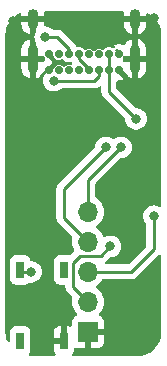
<source format=gbr>
%TF.GenerationSoftware,KiCad,Pcbnew,(6.0.1-0)*%
%TF.CreationDate,2022-02-08T22:41:06+01:00*%
%TF.ProjectId,muVox_programmer,6d75566f-785f-4707-926f-6772616d6d65,rev?*%
%TF.SameCoordinates,Original*%
%TF.FileFunction,Copper,L2,Bot*%
%TF.FilePolarity,Positive*%
%FSLAX46Y46*%
G04 Gerber Fmt 4.6, Leading zero omitted, Abs format (unit mm)*
G04 Created by KiCad (PCBNEW (6.0.1-0)) date 2022-02-08 22:41:06*
%MOMM*%
%LPD*%
G01*
G04 APERTURE LIST*
%TA.AperFunction,ComponentPad*%
%ADD10C,0.700000*%
%TD*%
%TA.AperFunction,ComponentPad*%
%ADD11O,0.900000X2.400000*%
%TD*%
%TA.AperFunction,ComponentPad*%
%ADD12O,0.900000X1.700000*%
%TD*%
%TA.AperFunction,ComponentPad*%
%ADD13R,1.700000X1.700000*%
%TD*%
%TA.AperFunction,ComponentPad*%
%ADD14O,1.700000X1.700000*%
%TD*%
%TA.AperFunction,SMDPad,CuDef*%
%ADD15R,0.700000X1.450000*%
%TD*%
%TA.AperFunction,ViaPad*%
%ADD16C,0.800000*%
%TD*%
%TA.AperFunction,Conductor*%
%ADD17C,0.250000*%
%TD*%
G04 APERTURE END LIST*
D10*
%TO.P,J1,A1,GND*%
%TO.N,GND*%
X140677000Y-56603000D03*
%TO.P,J1,A4,VBUS*%
%TO.N,USB_VBUS*%
X139827000Y-56603000D03*
%TO.P,J1,A5,CC1*%
%TO.N,Net-(J1-PadA5)*%
X138977000Y-56603000D03*
%TO.P,J1,A6,D+*%
%TO.N,USB_D+*%
X138127000Y-56603000D03*
%TO.P,J1,A7,D-*%
%TO.N,USB_D-*%
X137277000Y-56603000D03*
%TO.P,J1,A8,SBU1*%
%TO.N,unconnected-(J1-PadA8)*%
X136427000Y-56603000D03*
%TO.P,J1,A9,VBUS*%
%TO.N,USB_VBUS*%
X135577000Y-56603000D03*
%TO.P,J1,A12,GND*%
%TO.N,GND*%
X134727000Y-56603000D03*
%TO.P,J1,B1,GND*%
X134727000Y-55253000D03*
%TO.P,J1,B4,VBUS*%
%TO.N,USB_VBUS*%
X135577000Y-55253000D03*
%TO.P,J1,B5,CC2*%
%TO.N,Net-(J1-PadA5)*%
X136427000Y-55253000D03*
%TO.P,J1,B6,D+*%
%TO.N,USB_D+*%
X137277000Y-55253000D03*
%TO.P,J1,B7,D-*%
%TO.N,USB_D-*%
X138127000Y-55253000D03*
%TO.P,J1,B8,SBU2*%
%TO.N,unconnected-(J1-PadB8)*%
X138977000Y-55253000D03*
%TO.P,J1,B9,VBUS*%
%TO.N,USB_VBUS*%
X139827000Y-55253000D03*
%TO.P,J1,B12,GND*%
%TO.N,GND*%
X140677000Y-55253000D03*
D11*
%TO.P,J1,S1,SHIELD*%
X142027000Y-55623000D03*
D12*
X142027000Y-52243000D03*
X133377000Y-52243000D03*
D11*
X133377000Y-55623000D03*
%TD*%
D13*
%TO.P,J2,1,Pin_1*%
%TO.N,GND*%
X138049000Y-78740000D03*
D14*
%TO.P,J2,2,Pin_2*%
%TO.N,CHIP_PU*%
X138049000Y-76200000D03*
%TO.P,J2,3,Pin_3*%
%TO.N,GPIO0*%
X138049000Y-73660000D03*
%TO.P,J2,4,Pin_4*%
%TO.N,RXD*%
X138049000Y-71120000D03*
%TO.P,J2,5,Pin_5*%
%TO.N,TXD*%
X138049000Y-68580000D03*
%TD*%
D15*
%TO.P,BOOT,1,1*%
%TO.N,unconnected-(BOOT0-Pad1)*%
X132317000Y-79502000D03*
%TO.P,BOOT,2,2*%
%TO.N,GND*%
X136017000Y-79502000D03*
%TO.P,BOOT,3,3*%
%TO.N,GPIO0*%
X132317000Y-73502000D03*
%TO.P,BOOT,4,4*%
%TO.N,unconnected-(BOOT0-Pad4)*%
X136017000Y-73502000D03*
%TD*%
D16*
%TO.N,GND*%
X142113000Y-58039000D03*
X142875000Y-62103000D03*
X133096000Y-62103000D03*
X136017000Y-62103000D03*
X137414000Y-62103000D03*
X143637000Y-52197000D03*
X131699000Y-52451000D03*
X134493000Y-62103000D03*
%TO.N,USB_VBUS*%
X142113000Y-60706000D03*
%TO.N,Net-(J1-PadA5)*%
X134416800Y-53797200D03*
X135159029Y-57479627D03*
%TO.N,TXD*%
X140843000Y-63119000D03*
%TO.N,RXD*%
X139573000Y-63119000D03*
%TO.N,GPIO0*%
X133223000Y-73660000D03*
X143624800Y-68935600D03*
%TO.N,CHIP_PU*%
X139948011Y-71501000D03*
%TD*%
D17*
%TO.N,USB_VBUS*%
X139827000Y-58420000D02*
X142113000Y-60706000D01*
X139827000Y-55253000D02*
X139827000Y-58132000D01*
X139827000Y-56603000D02*
X139827000Y-58420000D01*
%TO.N,Net-(J1-PadA5)*%
X138595347Y-57479627D02*
X135159029Y-57479627D01*
X138977000Y-56603000D02*
X138977000Y-57097974D01*
X136427000Y-54758026D02*
X136427000Y-55253000D01*
X134416800Y-53797200D02*
X135466174Y-53797200D01*
X138977000Y-57097974D02*
X138595347Y-57479627D01*
X135466174Y-53797200D02*
X136427000Y-54758026D01*
%TO.N,USB_D+*%
X137277000Y-55649096D02*
X138127000Y-56499096D01*
X138127000Y-56499096D02*
X138127000Y-56603000D01*
X137277000Y-55253000D02*
X137277000Y-55649096D01*
%TO.N,TXD*%
X138049000Y-65913000D02*
X140843000Y-63119000D01*
X138049000Y-68580000D02*
X138049000Y-65913000D01*
%TO.N,RXD*%
X136017000Y-66675000D02*
X136017000Y-69088000D01*
X139573000Y-63119000D02*
X136017000Y-66675000D01*
X136017000Y-69088000D02*
X138049000Y-71120000D01*
%TO.N,GPIO0*%
X141732000Y-73660000D02*
X138049000Y-73660000D01*
X143624800Y-68935600D02*
X143624800Y-71767200D01*
X143624800Y-71767200D02*
X141732000Y-73660000D01*
X132475000Y-73660000D02*
X132317000Y-73502000D01*
X133223000Y-73660000D02*
X132475000Y-73660000D01*
%TO.N,CHIP_PU*%
X139154500Y-72294511D02*
X137382489Y-72294511D01*
X136779000Y-74930000D02*
X138049000Y-76200000D01*
X139948011Y-71501000D02*
X139154500Y-72294511D01*
X137382489Y-72294511D02*
X136779000Y-72898000D01*
X136779000Y-72898000D02*
X136779000Y-74930000D01*
%TD*%
%TA.AperFunction,Conductor*%
%TO.N,GND*%
G36*
X141020088Y-51582002D02*
G01*
X141066581Y-51635658D01*
X141076685Y-51705932D01*
X141075305Y-51713765D01*
X141070324Y-51737607D01*
X141069085Y-51747152D01*
X141069000Y-51750384D01*
X141069000Y-51970885D01*
X141073475Y-51986124D01*
X141074865Y-51987329D01*
X141082548Y-51989000D01*
X142966885Y-51989000D01*
X142982124Y-51984525D01*
X142983329Y-51983135D01*
X142985000Y-51975452D01*
X142985000Y-51903219D01*
X143005002Y-51835098D01*
X143058658Y-51788605D01*
X143128932Y-51778501D01*
X143166727Y-51790212D01*
X143248596Y-51830586D01*
X143262865Y-51838825D01*
X143470133Y-51977316D01*
X143483206Y-51987346D01*
X143575071Y-52067909D01*
X143670632Y-52151714D01*
X143682286Y-52163368D01*
X143846651Y-52350790D01*
X143856684Y-52363867D01*
X143995175Y-52571135D01*
X144003416Y-52585408D01*
X144113671Y-52808983D01*
X144119978Y-52824210D01*
X144200105Y-53060257D01*
X144204371Y-53076176D01*
X144253005Y-53320673D01*
X144255156Y-53337014D01*
X144269264Y-53552268D01*
X144268239Y-53575304D01*
X144268196Y-53578854D01*
X144266814Y-53587730D01*
X144269614Y-53609142D01*
X144270936Y-53619251D01*
X144272000Y-53635589D01*
X144272000Y-68036996D01*
X144251998Y-68105117D01*
X144198342Y-68151610D01*
X144128068Y-68161714D01*
X144084525Y-68146642D01*
X144081552Y-68144482D01*
X144075522Y-68141797D01*
X143913119Y-68069491D01*
X143913118Y-68069491D01*
X143907088Y-68066806D01*
X143813687Y-68046953D01*
X143726744Y-68028472D01*
X143726739Y-68028472D01*
X143720287Y-68027100D01*
X143529313Y-68027100D01*
X143522861Y-68028472D01*
X143522856Y-68028472D01*
X143435913Y-68046953D01*
X143342512Y-68066806D01*
X143336482Y-68069491D01*
X143336481Y-68069491D01*
X143174078Y-68141797D01*
X143174076Y-68141798D01*
X143168048Y-68144482D01*
X143013547Y-68256734D01*
X142885760Y-68398656D01*
X142790273Y-68564044D01*
X142731258Y-68745672D01*
X142711296Y-68935600D01*
X142711986Y-68942165D01*
X142726143Y-69076857D01*
X142731258Y-69125528D01*
X142790273Y-69307156D01*
X142793576Y-69312878D01*
X142793577Y-69312879D01*
X142810155Y-69341593D01*
X142885760Y-69472544D01*
X142958937Y-69553815D01*
X142989653Y-69617821D01*
X142991300Y-69638124D01*
X142991300Y-71452605D01*
X142971298Y-71520726D01*
X142954395Y-71541700D01*
X141506500Y-72989595D01*
X141444188Y-73023621D01*
X141417405Y-73026500D01*
X139619034Y-73026500D01*
X139550913Y-73006498D01*
X139504420Y-72952842D01*
X139494316Y-72882568D01*
X139523810Y-72817988D01*
X139540371Y-72802300D01*
X139545862Y-72799053D01*
X139560183Y-72784732D01*
X139575217Y-72771891D01*
X139585194Y-72764642D01*
X139591607Y-72759983D01*
X139596658Y-72753878D01*
X139596663Y-72753873D01*
X139619794Y-72725913D01*
X139627781Y-72717135D01*
X139898510Y-72446405D01*
X139960823Y-72412380D01*
X139987606Y-72409500D01*
X140043498Y-72409500D01*
X140049950Y-72408128D01*
X140049955Y-72408128D01*
X140136899Y-72389647D01*
X140230299Y-72369794D01*
X140236330Y-72367109D01*
X140398733Y-72294803D01*
X140398735Y-72294802D01*
X140404763Y-72292118D01*
X140417268Y-72283033D01*
X140482802Y-72235419D01*
X140559264Y-72179866D01*
X140687051Y-72037944D01*
X140782538Y-71872556D01*
X140841553Y-71690928D01*
X140861515Y-71501000D01*
X140841553Y-71311072D01*
X140782538Y-71129444D01*
X140687051Y-70964056D01*
X140559264Y-70822134D01*
X140419910Y-70720887D01*
X140410105Y-70713763D01*
X140410104Y-70713762D01*
X140404763Y-70709882D01*
X140398735Y-70707198D01*
X140398733Y-70707197D01*
X140236330Y-70634891D01*
X140236329Y-70634891D01*
X140230299Y-70632206D01*
X140136899Y-70612353D01*
X140049955Y-70593872D01*
X140049950Y-70593872D01*
X140043498Y-70592500D01*
X139852524Y-70592500D01*
X139846072Y-70593872D01*
X139846067Y-70593872D01*
X139759123Y-70612353D01*
X139665723Y-70632206D01*
X139659693Y-70634891D01*
X139659692Y-70634891D01*
X139590534Y-70665682D01*
X139491259Y-70709882D01*
X139490053Y-70707173D01*
X139433638Y-70720887D01*
X139366535Y-70697698D01*
X139324025Y-70645270D01*
X139252419Y-70480590D01*
X139250354Y-70475840D01*
X139129014Y-70288277D01*
X138978670Y-70123051D01*
X138974619Y-70119852D01*
X138974615Y-70119848D01*
X138807414Y-69987800D01*
X138807410Y-69987798D01*
X138803359Y-69984598D01*
X138762053Y-69961796D01*
X138712084Y-69911364D01*
X138697312Y-69841921D01*
X138722428Y-69775516D01*
X138749780Y-69748909D01*
X138905095Y-69638124D01*
X138928860Y-69621173D01*
X139087096Y-69463489D01*
X139110164Y-69431387D01*
X139214435Y-69286277D01*
X139217453Y-69282077D01*
X139231246Y-69254170D01*
X139314136Y-69086453D01*
X139314137Y-69086451D01*
X139316430Y-69081811D01*
X139358858Y-68942165D01*
X139379865Y-68873023D01*
X139379865Y-68873021D01*
X139381370Y-68868069D01*
X139410529Y-68646590D01*
X139412156Y-68580000D01*
X139393852Y-68357361D01*
X139339431Y-68140702D01*
X139250354Y-67935840D01*
X139210906Y-67874862D01*
X139131822Y-67752617D01*
X139131820Y-67752614D01*
X139129014Y-67748277D01*
X138978670Y-67583051D01*
X138974619Y-67579852D01*
X138974615Y-67579848D01*
X138807414Y-67447800D01*
X138807410Y-67447798D01*
X138803359Y-67444598D01*
X138798835Y-67442101D01*
X138798831Y-67442098D01*
X138747608Y-67413822D01*
X138697636Y-67363390D01*
X138682500Y-67303513D01*
X138682500Y-66227594D01*
X138702502Y-66159473D01*
X138719405Y-66138499D01*
X140793499Y-64064405D01*
X140855811Y-64030379D01*
X140882594Y-64027500D01*
X140938487Y-64027500D01*
X140944939Y-64026128D01*
X140944944Y-64026128D01*
X141031887Y-64007647D01*
X141125288Y-63987794D01*
X141131319Y-63985109D01*
X141293722Y-63912803D01*
X141293724Y-63912802D01*
X141299752Y-63910118D01*
X141454253Y-63797866D01*
X141582040Y-63655944D01*
X141677527Y-63490556D01*
X141736542Y-63308928D01*
X141756504Y-63119000D01*
X141736542Y-62929072D01*
X141677527Y-62747444D01*
X141582040Y-62582056D01*
X141454253Y-62440134D01*
X141299752Y-62327882D01*
X141293724Y-62325198D01*
X141293722Y-62325197D01*
X141131319Y-62252891D01*
X141131318Y-62252891D01*
X141125288Y-62250206D01*
X141031887Y-62230353D01*
X140944944Y-62211872D01*
X140944939Y-62211872D01*
X140938487Y-62210500D01*
X140747513Y-62210500D01*
X140741061Y-62211872D01*
X140741056Y-62211872D01*
X140654113Y-62230353D01*
X140560712Y-62250206D01*
X140554682Y-62252891D01*
X140554681Y-62252891D01*
X140392278Y-62325197D01*
X140392276Y-62325198D01*
X140386248Y-62327882D01*
X140282060Y-62403579D01*
X140215194Y-62427437D01*
X140146042Y-62411357D01*
X140133944Y-62403582D01*
X140029752Y-62327882D01*
X140023724Y-62325198D01*
X140023722Y-62325197D01*
X139861319Y-62252891D01*
X139861318Y-62252891D01*
X139855288Y-62250206D01*
X139761887Y-62230353D01*
X139674944Y-62211872D01*
X139674939Y-62211872D01*
X139668487Y-62210500D01*
X139477513Y-62210500D01*
X139471061Y-62211872D01*
X139471056Y-62211872D01*
X139384113Y-62230353D01*
X139290712Y-62250206D01*
X139284682Y-62252891D01*
X139284681Y-62252891D01*
X139122278Y-62325197D01*
X139122276Y-62325198D01*
X139116248Y-62327882D01*
X138961747Y-62440134D01*
X138833960Y-62582056D01*
X138738473Y-62747444D01*
X138679458Y-62929072D01*
X138678768Y-62935633D01*
X138678768Y-62935635D01*
X138662093Y-63094292D01*
X138635080Y-63159949D01*
X138625878Y-63170217D01*
X135624747Y-66171348D01*
X135616461Y-66178888D01*
X135609982Y-66183000D01*
X135604557Y-66188777D01*
X135563357Y-66232651D01*
X135560602Y-66235493D01*
X135540865Y-66255230D01*
X135538385Y-66258427D01*
X135530682Y-66267447D01*
X135500414Y-66299679D01*
X135496595Y-66306625D01*
X135496593Y-66306628D01*
X135490652Y-66317434D01*
X135479801Y-66333953D01*
X135467386Y-66349959D01*
X135464241Y-66357228D01*
X135464238Y-66357232D01*
X135449826Y-66390537D01*
X135444609Y-66401187D01*
X135423305Y-66439940D01*
X135421334Y-66447615D01*
X135421334Y-66447616D01*
X135418267Y-66459562D01*
X135411863Y-66478266D01*
X135403819Y-66496855D01*
X135402580Y-66504678D01*
X135402577Y-66504688D01*
X135396901Y-66540524D01*
X135394495Y-66552144D01*
X135383500Y-66594970D01*
X135383500Y-66615224D01*
X135381949Y-66634934D01*
X135378780Y-66654943D01*
X135379526Y-66662835D01*
X135382941Y-66698961D01*
X135383500Y-66710819D01*
X135383500Y-69009233D01*
X135382973Y-69020416D01*
X135381298Y-69027909D01*
X135381547Y-69035835D01*
X135381547Y-69035836D01*
X135383438Y-69095986D01*
X135383500Y-69099945D01*
X135383500Y-69127856D01*
X135383997Y-69131790D01*
X135383997Y-69131791D01*
X135384005Y-69131856D01*
X135384938Y-69143693D01*
X135386327Y-69187889D01*
X135391978Y-69207339D01*
X135395987Y-69226700D01*
X135398526Y-69246797D01*
X135401445Y-69254168D01*
X135401445Y-69254170D01*
X135414804Y-69287912D01*
X135418649Y-69299142D01*
X135430982Y-69341593D01*
X135435015Y-69348412D01*
X135435017Y-69348417D01*
X135441293Y-69359028D01*
X135449988Y-69376776D01*
X135457448Y-69395617D01*
X135462110Y-69402033D01*
X135462110Y-69402034D01*
X135483436Y-69431387D01*
X135489952Y-69441307D01*
X135503071Y-69463489D01*
X135512458Y-69479362D01*
X135526779Y-69493683D01*
X135539619Y-69508716D01*
X135551528Y-69525107D01*
X135557634Y-69530158D01*
X135585605Y-69553298D01*
X135594384Y-69561288D01*
X136698777Y-70665682D01*
X136732803Y-70727994D01*
X136731100Y-70788446D01*
X136709989Y-70864570D01*
X136686251Y-71086695D01*
X136699110Y-71309715D01*
X136700247Y-71314761D01*
X136700248Y-71314767D01*
X136724304Y-71421508D01*
X136748222Y-71527639D01*
X136832266Y-71734616D01*
X136834965Y-71739020D01*
X136861759Y-71782744D01*
X136880297Y-71851277D01*
X136858841Y-71918954D01*
X136843421Y-71937674D01*
X136545733Y-72235362D01*
X136483421Y-72269388D01*
X136443032Y-72271530D01*
X136418536Y-72268869D01*
X136418526Y-72268868D01*
X136415134Y-72268500D01*
X135618866Y-72268500D01*
X135556684Y-72275255D01*
X135420295Y-72326385D01*
X135303739Y-72413739D01*
X135216385Y-72530295D01*
X135165255Y-72666684D01*
X135158500Y-72728866D01*
X135158500Y-74275134D01*
X135165255Y-74337316D01*
X135216385Y-74473705D01*
X135303739Y-74590261D01*
X135420295Y-74677615D01*
X135556684Y-74728745D01*
X135618866Y-74735500D01*
X136018529Y-74735500D01*
X136086650Y-74755502D01*
X136133143Y-74809158D01*
X136143350Y-74869678D01*
X136143298Y-74869909D01*
X136143547Y-74877831D01*
X136145438Y-74937986D01*
X136145500Y-74941945D01*
X136145500Y-74969856D01*
X136145997Y-74973790D01*
X136145997Y-74973791D01*
X136146005Y-74973856D01*
X136146938Y-74985693D01*
X136148327Y-75029889D01*
X136151787Y-75041797D01*
X136153978Y-75049339D01*
X136157987Y-75068700D01*
X136160526Y-75088797D01*
X136163445Y-75096168D01*
X136163445Y-75096170D01*
X136176804Y-75129912D01*
X136180649Y-75141142D01*
X136192982Y-75183593D01*
X136197015Y-75190412D01*
X136197017Y-75190417D01*
X136203293Y-75201028D01*
X136211988Y-75218776D01*
X136219448Y-75237617D01*
X136224110Y-75244033D01*
X136224110Y-75244034D01*
X136245436Y-75273387D01*
X136251952Y-75283307D01*
X136274458Y-75321362D01*
X136288779Y-75335683D01*
X136301619Y-75350716D01*
X136313528Y-75367107D01*
X136347605Y-75395298D01*
X136356384Y-75403288D01*
X136698778Y-75745682D01*
X136732804Y-75807994D01*
X136731100Y-75868448D01*
X136709989Y-75944570D01*
X136709441Y-75949700D01*
X136709440Y-75949704D01*
X136705933Y-75982522D01*
X136686251Y-76166695D01*
X136686548Y-76171848D01*
X136686548Y-76171851D01*
X136692011Y-76266590D01*
X136699110Y-76389715D01*
X136700247Y-76394761D01*
X136700248Y-76394767D01*
X136720119Y-76482939D01*
X136748222Y-76607639D01*
X136832266Y-76814616D01*
X136948987Y-77005088D01*
X137095250Y-77173938D01*
X137099225Y-77177238D01*
X137099231Y-77177244D01*
X137104425Y-77181556D01*
X137144059Y-77240460D01*
X137145555Y-77311441D01*
X137108439Y-77371962D01*
X137068168Y-77396480D01*
X136960946Y-77436676D01*
X136945351Y-77445214D01*
X136843276Y-77521715D01*
X136830715Y-77534276D01*
X136754214Y-77636351D01*
X136745676Y-77651946D01*
X136700522Y-77772394D01*
X136696895Y-77787649D01*
X136691369Y-77838514D01*
X136691000Y-77845328D01*
X136691000Y-78174097D01*
X136670998Y-78242218D01*
X136617342Y-78288711D01*
X136547068Y-78298815D01*
X136520771Y-78292079D01*
X136484609Y-78278522D01*
X136469351Y-78274895D01*
X136418486Y-78269369D01*
X136411672Y-78269000D01*
X136289115Y-78269000D01*
X136273876Y-78273475D01*
X136272671Y-78274865D01*
X136271000Y-78282548D01*
X136271000Y-79630000D01*
X136250998Y-79698121D01*
X136197342Y-79744614D01*
X136145000Y-79756000D01*
X135177116Y-79756000D01*
X135161877Y-79760475D01*
X135160672Y-79761865D01*
X135159001Y-79769548D01*
X135159001Y-80271669D01*
X135159371Y-80278490D01*
X135164895Y-80329352D01*
X135168521Y-80344604D01*
X135213676Y-80465054D01*
X135222214Y-80480649D01*
X135289505Y-80570435D01*
X135314353Y-80636942D01*
X135299300Y-80706324D01*
X135249126Y-80756554D01*
X135188679Y-80772000D01*
X133145946Y-80772000D01*
X133077825Y-80751998D01*
X133031332Y-80698342D01*
X133021228Y-80628068D01*
X133045120Y-80570435D01*
X133095348Y-80503416D01*
X133117615Y-80473705D01*
X133168745Y-80337316D01*
X133175500Y-80275134D01*
X133175500Y-79229885D01*
X135159000Y-79229885D01*
X135163475Y-79245124D01*
X135164865Y-79246329D01*
X135172548Y-79248000D01*
X135744885Y-79248000D01*
X135760124Y-79243525D01*
X135761329Y-79242135D01*
X135763000Y-79234452D01*
X135763000Y-78287116D01*
X135758525Y-78271877D01*
X135757135Y-78270672D01*
X135749452Y-78269001D01*
X135622331Y-78269001D01*
X135615510Y-78269371D01*
X135564648Y-78274895D01*
X135549396Y-78278521D01*
X135428946Y-78323676D01*
X135413351Y-78332214D01*
X135311276Y-78408715D01*
X135298715Y-78421276D01*
X135222214Y-78523351D01*
X135213676Y-78538946D01*
X135168522Y-78659394D01*
X135164895Y-78674649D01*
X135159369Y-78725514D01*
X135159000Y-78732328D01*
X135159000Y-79229885D01*
X133175500Y-79229885D01*
X133175500Y-78728866D01*
X133168745Y-78666684D01*
X133117615Y-78530295D01*
X133030261Y-78413739D01*
X132913705Y-78326385D01*
X132777316Y-78275255D01*
X132715134Y-78268500D01*
X131918866Y-78268500D01*
X131856684Y-78275255D01*
X131720295Y-78326385D01*
X131603739Y-78413739D01*
X131516385Y-78530295D01*
X131465255Y-78666684D01*
X131458500Y-78728866D01*
X131458500Y-79460938D01*
X131438498Y-79529059D01*
X131384842Y-79575552D01*
X131314568Y-79585656D01*
X131249988Y-79556162D01*
X131213187Y-79501439D01*
X131135895Y-79273743D01*
X131131629Y-79257824D01*
X131082995Y-79013327D01*
X131080844Y-78996986D01*
X131066736Y-78781732D01*
X131067761Y-78758696D01*
X131067804Y-78755146D01*
X131069186Y-78746270D01*
X131065064Y-78714748D01*
X131064000Y-78698411D01*
X131064000Y-74275134D01*
X131458500Y-74275134D01*
X131465255Y-74337316D01*
X131516385Y-74473705D01*
X131603739Y-74590261D01*
X131720295Y-74677615D01*
X131856684Y-74728745D01*
X131918866Y-74735500D01*
X132715134Y-74735500D01*
X132777316Y-74728745D01*
X132913705Y-74677615D01*
X133028934Y-74591255D01*
X133095441Y-74566407D01*
X133117672Y-74566771D01*
X133121049Y-74567126D01*
X133127513Y-74568500D01*
X133318487Y-74568500D01*
X133324939Y-74567128D01*
X133324944Y-74567128D01*
X133418991Y-74547137D01*
X133505288Y-74528794D01*
X133511319Y-74526109D01*
X133673722Y-74453803D01*
X133673724Y-74453802D01*
X133679752Y-74451118D01*
X133834253Y-74338866D01*
X133875548Y-74293003D01*
X133957621Y-74201852D01*
X133957622Y-74201851D01*
X133962040Y-74196944D01*
X134057527Y-74031556D01*
X134116542Y-73849928D01*
X134136504Y-73660000D01*
X134116542Y-73470072D01*
X134057527Y-73288444D01*
X133962040Y-73123056D01*
X133872509Y-73023621D01*
X133838675Y-72986045D01*
X133838674Y-72986044D01*
X133834253Y-72981134D01*
X133679752Y-72868882D01*
X133673724Y-72866198D01*
X133673722Y-72866197D01*
X133511319Y-72793891D01*
X133511318Y-72793891D01*
X133505288Y-72791206D01*
X133411887Y-72771353D01*
X133324944Y-72752872D01*
X133324939Y-72752872D01*
X133318487Y-72751500D01*
X133287451Y-72751500D01*
X133219330Y-72731498D01*
X133172837Y-72677842D01*
X133168975Y-72666598D01*
X133168745Y-72666684D01*
X133120767Y-72538703D01*
X133117615Y-72530295D01*
X133030261Y-72413739D01*
X132913705Y-72326385D01*
X132777316Y-72275255D01*
X132715134Y-72268500D01*
X131918866Y-72268500D01*
X131856684Y-72275255D01*
X131720295Y-72326385D01*
X131603739Y-72413739D01*
X131516385Y-72530295D01*
X131465255Y-72666684D01*
X131458500Y-72728866D01*
X131458500Y-74275134D01*
X131064000Y-74275134D01*
X131064000Y-56418447D01*
X132419000Y-56418447D01*
X132419323Y-56424822D01*
X132433082Y-56560277D01*
X132435636Y-56572717D01*
X132490016Y-56746244D01*
X132495025Y-56757932D01*
X132583187Y-56916979D01*
X132590438Y-56927412D01*
X132708785Y-57065491D01*
X132717976Y-57074244D01*
X132861680Y-57185711D01*
X132872440Y-57192435D01*
X133035625Y-57272732D01*
X133047519Y-57277155D01*
X133105470Y-57292251D01*
X133119564Y-57291817D01*
X133123000Y-57283636D01*
X133123000Y-55895115D01*
X133118525Y-55879876D01*
X133117135Y-55878671D01*
X133109452Y-55877000D01*
X132437115Y-55877000D01*
X132421876Y-55881475D01*
X132420671Y-55882865D01*
X132419000Y-55890548D01*
X132419000Y-56418447D01*
X131064000Y-56418447D01*
X131064000Y-55350885D01*
X132419000Y-55350885D01*
X132423475Y-55366124D01*
X132424865Y-55367329D01*
X132432548Y-55369000D01*
X133104885Y-55369000D01*
X133120124Y-55364525D01*
X133121329Y-55363135D01*
X133123000Y-55355452D01*
X133123000Y-53963771D01*
X133119027Y-53950240D01*
X133112925Y-53949363D01*
X132960864Y-54005310D01*
X132949451Y-54010877D01*
X132794892Y-54106708D01*
X132784826Y-54114460D01*
X132652697Y-54239408D01*
X132644395Y-54249026D01*
X132540092Y-54397987D01*
X132533892Y-54409081D01*
X132461668Y-54575980D01*
X132457829Y-54588083D01*
X132420325Y-54767600D01*
X132419085Y-54777152D01*
X132419000Y-54780378D01*
X132419000Y-55350885D01*
X131064000Y-55350885D01*
X131064000Y-53797200D01*
X133503296Y-53797200D01*
X133523258Y-53987128D01*
X133582273Y-54168756D01*
X133614120Y-54223916D01*
X133631000Y-54286914D01*
X133631000Y-55350885D01*
X133635475Y-55366124D01*
X133636865Y-55367329D01*
X133644548Y-55369000D01*
X134249000Y-55369000D01*
X134317121Y-55389002D01*
X134363614Y-55442658D01*
X134375000Y-55495000D01*
X134375000Y-55751000D01*
X134354998Y-55819121D01*
X134301342Y-55865614D01*
X134249000Y-55877000D01*
X133649115Y-55877000D01*
X133633876Y-55881475D01*
X133632671Y-55882865D01*
X133631000Y-55890548D01*
X133631000Y-57282229D01*
X133634973Y-57295760D01*
X133641075Y-57296637D01*
X133793136Y-57240690D01*
X133804549Y-57235123D01*
X133959109Y-57139292D01*
X133965319Y-57134509D01*
X133972440Y-57122292D01*
X133971816Y-57107947D01*
X133959065Y-57062172D01*
X133980014Y-56994336D01*
X133995958Y-56974832D01*
X135029978Y-55940812D01*
X135037592Y-55926868D01*
X135037461Y-55925035D01*
X135033210Y-55918420D01*
X134456885Y-55342095D01*
X134422859Y-55279783D01*
X134427924Y-55208968D01*
X134456885Y-55163905D01*
X134637905Y-54982885D01*
X134700217Y-54948859D01*
X134771032Y-54953924D01*
X134816095Y-54982885D01*
X135070475Y-55237265D01*
X135104501Y-55299577D01*
X135106114Y-55308693D01*
X135106060Y-55317511D01*
X135108527Y-55326143D01*
X135138957Y-55432615D01*
X135143095Y-55447095D01*
X135215012Y-55561076D01*
X135316029Y-55650291D01*
X135324152Y-55654105D01*
X135324154Y-55654106D01*
X135379407Y-55680047D01*
X135438025Y-55707568D01*
X135446890Y-55708948D01*
X135446892Y-55708949D01*
X135509954Y-55718768D01*
X135540346Y-55723500D01*
X135610782Y-55723500D01*
X135649743Y-55717920D01*
X135701526Y-55710505D01*
X135701529Y-55710504D01*
X135710412Y-55709232D01*
X135817740Y-55660433D01*
X135888029Y-55650446D01*
X135952561Y-55680047D01*
X135958074Y-55685353D01*
X135961528Y-55690107D01*
X136084856Y-55792133D01*
X136092023Y-55795506D01*
X136092027Y-55795508D01*
X136142208Y-55819121D01*
X136229682Y-55860283D01*
X136373303Y-55887680D01*
X136418773Y-55911012D01*
X136477888Y-55884845D01*
X136486445Y-55884013D01*
X136510297Y-55882512D01*
X136538739Y-55880723D01*
X136538741Y-55880723D01*
X136546650Y-55880225D01*
X136558616Y-55876337D01*
X136629582Y-55874308D01*
X136690381Y-55910968D01*
X136710239Y-55942658D01*
X136710713Y-55942397D01*
X136714527Y-55949335D01*
X136717448Y-55956713D01*
X136722110Y-55963130D01*
X136725928Y-55970075D01*
X136723770Y-55971262D01*
X136743526Y-56026644D01*
X136727441Y-56095795D01*
X136676524Y-56145272D01*
X136606940Y-56159366D01*
X136580892Y-56154323D01*
X136574099Y-56152246D01*
X136565975Y-56148432D01*
X136474977Y-56134263D01*
X136425889Y-56111149D01*
X136367556Y-56136175D01*
X136293588Y-56146768D01*
X136285420Y-56150482D01*
X136285419Y-56150482D01*
X136265880Y-56159366D01*
X136170902Y-56202550D01*
X136164099Y-56208412D01*
X136083843Y-56277565D01*
X136019180Y-56306879D01*
X135948935Y-56296580D01*
X135918188Y-56276553D01*
X135844703Y-56211654D01*
X135844701Y-56211653D01*
X135837971Y-56205709D01*
X135829848Y-56201895D01*
X135829846Y-56201894D01*
X135771413Y-56174460D01*
X135715975Y-56148432D01*
X135707110Y-56147052D01*
X135707108Y-56147051D01*
X135637256Y-56136175D01*
X135613654Y-56132500D01*
X135543218Y-56132500D01*
X135504257Y-56138080D01*
X135452474Y-56145495D01*
X135452471Y-56145496D01*
X135443588Y-56146768D01*
X135435420Y-56150482D01*
X135435419Y-56150482D01*
X135415880Y-56159366D01*
X135320902Y-56202550D01*
X135218803Y-56290525D01*
X135145499Y-56403618D01*
X135118981Y-56492289D01*
X135080300Y-56551822D01*
X135024461Y-56579434D01*
X134876741Y-56610833D01*
X134870711Y-56613518D01*
X134870710Y-56613518D01*
X134708307Y-56685824D01*
X134708305Y-56685825D01*
X134702277Y-56688509D01*
X134547776Y-56800761D01*
X134419989Y-56942683D01*
X134324502Y-57108071D01*
X134265487Y-57289699D01*
X134264797Y-57296260D01*
X134264797Y-57296262D01*
X134251706Y-57420816D01*
X134245525Y-57479627D01*
X134265487Y-57669555D01*
X134324502Y-57851183D01*
X134419989Y-58016571D01*
X134424407Y-58021478D01*
X134424408Y-58021479D01*
X134506481Y-58112630D01*
X134547776Y-58158493D01*
X134702277Y-58270745D01*
X134708305Y-58273429D01*
X134708307Y-58273430D01*
X134860596Y-58341233D01*
X134876741Y-58348421D01*
X134968081Y-58367836D01*
X135057085Y-58386755D01*
X135057090Y-58386755D01*
X135063542Y-58388127D01*
X135254516Y-58388127D01*
X135260968Y-58386755D01*
X135260973Y-58386755D01*
X135349977Y-58367836D01*
X135441317Y-58348421D01*
X135457462Y-58341233D01*
X135609751Y-58273430D01*
X135609753Y-58273429D01*
X135615781Y-58270745D01*
X135770282Y-58158493D01*
X135774697Y-58153590D01*
X135779609Y-58149167D01*
X135780734Y-58150416D01*
X135834043Y-58117576D01*
X135867229Y-58113127D01*
X138516580Y-58113127D01*
X138527763Y-58113654D01*
X138535256Y-58115329D01*
X138543182Y-58115080D01*
X138543183Y-58115080D01*
X138603333Y-58113189D01*
X138607292Y-58113127D01*
X138635203Y-58113127D01*
X138639138Y-58112630D01*
X138639203Y-58112622D01*
X138651040Y-58111689D01*
X138683298Y-58110675D01*
X138687317Y-58110549D01*
X138695236Y-58110300D01*
X138714690Y-58104648D01*
X138734047Y-58100640D01*
X138746277Y-58099095D01*
X138746278Y-58099095D01*
X138754144Y-58098101D01*
X138761515Y-58095182D01*
X138761517Y-58095182D01*
X138795259Y-58081823D01*
X138806489Y-58077978D01*
X138841330Y-58067856D01*
X138841331Y-58067856D01*
X138848940Y-58065645D01*
X138855759Y-58061612D01*
X138855764Y-58061610D01*
X138866375Y-58055334D01*
X138884123Y-58046639D01*
X138902964Y-58039179D01*
X138938734Y-58013191D01*
X138948654Y-58006675D01*
X138979888Y-57988203D01*
X138986709Y-57984169D01*
X138991028Y-57979850D01*
X139056363Y-57954200D01*
X139125985Y-57968103D01*
X139177039Y-58017439D01*
X139193500Y-58079707D01*
X139193500Y-58341233D01*
X139192973Y-58352416D01*
X139191298Y-58359909D01*
X139191547Y-58367835D01*
X139191547Y-58367836D01*
X139193438Y-58427986D01*
X139193500Y-58431945D01*
X139193500Y-58459856D01*
X139193997Y-58463790D01*
X139193997Y-58463791D01*
X139194005Y-58463856D01*
X139194938Y-58475693D01*
X139196327Y-58519889D01*
X139201978Y-58539339D01*
X139205987Y-58558700D01*
X139208526Y-58578797D01*
X139211445Y-58586168D01*
X139211445Y-58586170D01*
X139224804Y-58619912D01*
X139228649Y-58631142D01*
X139240982Y-58673593D01*
X139245015Y-58680412D01*
X139245017Y-58680417D01*
X139251293Y-58691028D01*
X139259988Y-58708776D01*
X139267448Y-58727617D01*
X139272110Y-58734033D01*
X139272110Y-58734034D01*
X139293436Y-58763387D01*
X139299952Y-58773307D01*
X139322458Y-58811362D01*
X139336779Y-58825683D01*
X139349619Y-58840716D01*
X139361528Y-58857107D01*
X139367634Y-58862158D01*
X139395605Y-58885298D01*
X139404384Y-58893288D01*
X141165878Y-60654782D01*
X141199904Y-60717094D01*
X141202092Y-60730703D01*
X141219458Y-60895928D01*
X141278473Y-61077556D01*
X141373960Y-61242944D01*
X141501747Y-61384866D01*
X141656248Y-61497118D01*
X141662276Y-61499802D01*
X141662278Y-61499803D01*
X141824681Y-61572109D01*
X141830712Y-61574794D01*
X141924113Y-61594647D01*
X142011056Y-61613128D01*
X142011061Y-61613128D01*
X142017513Y-61614500D01*
X142208487Y-61614500D01*
X142214939Y-61613128D01*
X142214944Y-61613128D01*
X142301887Y-61594647D01*
X142395288Y-61574794D01*
X142401319Y-61572109D01*
X142563722Y-61499803D01*
X142563724Y-61499802D01*
X142569752Y-61497118D01*
X142724253Y-61384866D01*
X142852040Y-61242944D01*
X142947527Y-61077556D01*
X143006542Y-60895928D01*
X143026504Y-60706000D01*
X143006542Y-60516072D01*
X142947527Y-60334444D01*
X142852040Y-60169056D01*
X142724253Y-60027134D01*
X142569752Y-59914882D01*
X142563724Y-59912198D01*
X142563722Y-59912197D01*
X142401319Y-59839891D01*
X142401318Y-59839891D01*
X142395288Y-59837206D01*
X142301887Y-59817353D01*
X142214944Y-59798872D01*
X142214939Y-59798872D01*
X142208487Y-59797500D01*
X142152595Y-59797500D01*
X142084474Y-59777498D01*
X142063500Y-59760595D01*
X140497405Y-58194500D01*
X140463379Y-58132188D01*
X140460500Y-58105405D01*
X140460500Y-57586966D01*
X140480502Y-57518845D01*
X140534158Y-57472352D01*
X140586821Y-57463776D01*
X140586821Y-57461000D01*
X140760576Y-57461000D01*
X140773636Y-57459628D01*
X140937140Y-57424873D01*
X140949628Y-57420816D01*
X141061763Y-57370890D01*
X141072507Y-57361758D01*
X141070910Y-57356120D01*
X140497405Y-56782615D01*
X140463379Y-56720303D01*
X140460500Y-56693520D01*
X140460500Y-56512480D01*
X140480502Y-56444359D01*
X140497405Y-56423385D01*
X140587905Y-56332885D01*
X140650217Y-56298859D01*
X140721032Y-56303924D01*
X140766095Y-56332885D01*
X141410173Y-56976963D01*
X141444199Y-57039275D01*
X141439134Y-57110090D01*
X141434243Y-57120800D01*
X141442535Y-57132077D01*
X141511680Y-57185711D01*
X141522440Y-57192435D01*
X141685625Y-57272732D01*
X141697519Y-57277155D01*
X141755470Y-57292251D01*
X141769564Y-57291817D01*
X141773000Y-57283636D01*
X141773000Y-57282229D01*
X142281000Y-57282229D01*
X142284973Y-57295760D01*
X142291075Y-57296637D01*
X142443136Y-57240690D01*
X142454549Y-57235123D01*
X142609108Y-57139292D01*
X142619174Y-57131540D01*
X142751303Y-57006592D01*
X142759605Y-56996974D01*
X142863908Y-56848013D01*
X142870108Y-56836919D01*
X142942332Y-56670020D01*
X142946171Y-56657917D01*
X142983675Y-56478400D01*
X142984915Y-56468848D01*
X142985000Y-56465616D01*
X142985000Y-55895115D01*
X142980525Y-55879876D01*
X142979135Y-55878671D01*
X142971452Y-55877000D01*
X142299115Y-55877000D01*
X142283876Y-55881475D01*
X142282671Y-55882865D01*
X142281000Y-55890548D01*
X142281000Y-57282229D01*
X141773000Y-57282229D01*
X141773000Y-55895115D01*
X141768525Y-55879876D01*
X141767135Y-55878671D01*
X141759452Y-55877000D01*
X141155000Y-55877000D01*
X141086879Y-55856998D01*
X141040386Y-55803342D01*
X141029000Y-55751000D01*
X141029000Y-55495000D01*
X141049002Y-55426879D01*
X141102658Y-55380386D01*
X141155000Y-55369000D01*
X141754885Y-55369000D01*
X141770124Y-55364525D01*
X141771329Y-55363135D01*
X141773000Y-55355452D01*
X141773000Y-55350885D01*
X142281000Y-55350885D01*
X142285475Y-55366124D01*
X142286865Y-55367329D01*
X142294548Y-55369000D01*
X142966885Y-55369000D01*
X142982124Y-55364525D01*
X142983329Y-55363135D01*
X142985000Y-55355452D01*
X142985000Y-54827553D01*
X142984677Y-54821178D01*
X142970918Y-54685723D01*
X142968364Y-54673283D01*
X142913984Y-54499756D01*
X142908975Y-54488068D01*
X142820813Y-54329021D01*
X142813562Y-54318588D01*
X142695213Y-54180507D01*
X142686024Y-54171756D01*
X142542320Y-54060289D01*
X142531560Y-54053565D01*
X142368375Y-53973268D01*
X142356481Y-53968845D01*
X142298530Y-53953749D01*
X142284436Y-53954183D01*
X142281000Y-53962364D01*
X142281000Y-55350885D01*
X141773000Y-55350885D01*
X141773000Y-53963771D01*
X141769027Y-53950240D01*
X141762925Y-53949363D01*
X141610864Y-54005310D01*
X141599451Y-54010877D01*
X141444892Y-54106708D01*
X141434826Y-54114460D01*
X141302697Y-54239408D01*
X141294395Y-54249026D01*
X141190087Y-54397994D01*
X141181659Y-54413073D01*
X141130964Y-54462777D01*
X141061444Y-54477182D01*
X141020426Y-54466705D01*
X140949633Y-54435186D01*
X140937137Y-54431126D01*
X140773636Y-54396372D01*
X140760576Y-54395000D01*
X140593424Y-54395000D01*
X140580364Y-54396372D01*
X140416860Y-54431127D01*
X140404372Y-54435184D01*
X140292237Y-54485110D01*
X140281493Y-54494242D01*
X140283358Y-54500825D01*
X140285074Y-54502976D01*
X140284171Y-54503697D01*
X140285555Y-54508581D01*
X140312079Y-54557155D01*
X140307014Y-54627970D01*
X140264467Y-54684806D01*
X140197947Y-54709617D01*
X140135310Y-54697946D01*
X140107386Y-54684806D01*
X140024318Y-54645717D01*
X139867094Y-54615725D01*
X139778600Y-54621292D01*
X139715262Y-54625277D01*
X139715260Y-54625277D01*
X139707350Y-54625775D01*
X139699814Y-54628224D01*
X139699812Y-54628224D01*
X139562667Y-54672785D01*
X139562664Y-54672786D01*
X139555125Y-54675236D01*
X139419982Y-54761000D01*
X139367288Y-54817114D01*
X139365175Y-54819364D01*
X139303963Y-54855329D01*
X139233023Y-54852492D01*
X139219777Y-54847166D01*
X139124101Y-54802247D01*
X139124100Y-54802247D01*
X139115975Y-54798432D01*
X139107110Y-54797052D01*
X139107108Y-54797051D01*
X139044046Y-54787232D01*
X139013654Y-54782500D01*
X138943218Y-54782500D01*
X138904257Y-54788080D01*
X138852474Y-54795495D01*
X138852471Y-54795496D01*
X138843588Y-54796768D01*
X138835422Y-54800481D01*
X138835419Y-54800482D01*
X138816236Y-54809204D01*
X138720902Y-54852550D01*
X138714099Y-54858412D01*
X138633843Y-54927565D01*
X138569180Y-54956879D01*
X138498935Y-54946580D01*
X138468188Y-54926553D01*
X138394703Y-54861654D01*
X138394701Y-54861653D01*
X138387971Y-54855709D01*
X138379848Y-54851895D01*
X138379846Y-54851894D01*
X138305766Y-54817114D01*
X138265975Y-54798432D01*
X138257110Y-54797052D01*
X138257108Y-54797051D01*
X138194046Y-54787232D01*
X138163654Y-54782500D01*
X138093218Y-54782500D01*
X138054257Y-54788080D01*
X138002474Y-54795495D01*
X138002471Y-54795496D01*
X137993588Y-54796768D01*
X137886260Y-54845567D01*
X137815971Y-54855554D01*
X137751439Y-54825953D01*
X137745926Y-54820647D01*
X137742472Y-54815893D01*
X137619144Y-54713867D01*
X137611977Y-54710494D01*
X137611973Y-54710492D01*
X137537049Y-54675236D01*
X137474318Y-54645717D01*
X137317094Y-54615725D01*
X137157350Y-54625775D01*
X137157240Y-54624026D01*
X137096229Y-54618079D01*
X137040508Y-54574083D01*
X137022291Y-54536350D01*
X137015230Y-54512045D01*
X137015229Y-54512042D01*
X137013018Y-54504433D01*
X137008984Y-54497611D01*
X137008981Y-54497605D01*
X137002706Y-54486994D01*
X136994010Y-54469244D01*
X136989472Y-54457782D01*
X136989469Y-54457777D01*
X136986552Y-54450409D01*
X136960573Y-54414651D01*
X136954057Y-54404733D01*
X136935575Y-54373483D01*
X136931542Y-54366663D01*
X136917218Y-54352339D01*
X136904376Y-54337304D01*
X136892472Y-54320919D01*
X136858406Y-54292737D01*
X136849627Y-54284748D01*
X135969826Y-53404947D01*
X135962286Y-53396661D01*
X135958174Y-53390182D01*
X135908522Y-53343556D01*
X135905681Y-53340802D01*
X135885944Y-53321065D01*
X135882747Y-53318585D01*
X135873725Y-53310880D01*
X135847274Y-53286041D01*
X135841495Y-53280614D01*
X135834549Y-53276795D01*
X135834546Y-53276793D01*
X135823740Y-53270852D01*
X135807221Y-53260001D01*
X135806757Y-53259641D01*
X135791215Y-53247586D01*
X135783946Y-53244441D01*
X135783942Y-53244438D01*
X135750637Y-53230026D01*
X135739987Y-53224809D01*
X135701234Y-53203505D01*
X135681611Y-53198467D01*
X135662908Y-53192063D01*
X135651594Y-53187167D01*
X135651593Y-53187167D01*
X135644319Y-53184019D01*
X135636496Y-53182780D01*
X135636486Y-53182777D01*
X135600650Y-53177101D01*
X135589030Y-53174695D01*
X135553885Y-53165672D01*
X135553884Y-53165672D01*
X135546204Y-53163700D01*
X135525950Y-53163700D01*
X135506239Y-53162149D01*
X135494060Y-53160220D01*
X135486231Y-53158980D01*
X135478339Y-53159726D01*
X135442213Y-53163141D01*
X135430355Y-53163700D01*
X135125000Y-53163700D01*
X135056879Y-53143698D01*
X135037653Y-53127357D01*
X135037380Y-53127660D01*
X135032468Y-53123237D01*
X135028053Y-53118334D01*
X134873552Y-53006082D01*
X134867524Y-53003398D01*
X134867522Y-53003397D01*
X134705119Y-52931091D01*
X134705118Y-52931091D01*
X134699088Y-52928406D01*
X134605688Y-52908553D01*
X134518744Y-52890072D01*
X134518739Y-52890072D01*
X134512287Y-52888700D01*
X134458876Y-52888700D01*
X134390755Y-52868698D01*
X134344262Y-52815042D01*
X134333925Y-52746473D01*
X134334915Y-52738848D01*
X134335000Y-52735616D01*
X134335000Y-52688447D01*
X141069000Y-52688447D01*
X141069323Y-52694822D01*
X141083082Y-52830277D01*
X141085636Y-52842717D01*
X141140016Y-53016244D01*
X141145025Y-53027932D01*
X141233187Y-53186979D01*
X141240438Y-53197412D01*
X141358785Y-53335491D01*
X141367976Y-53344244D01*
X141511680Y-53455711D01*
X141522440Y-53462435D01*
X141685625Y-53542732D01*
X141697519Y-53547155D01*
X141755470Y-53562251D01*
X141769564Y-53561817D01*
X141773000Y-53553636D01*
X141773000Y-53552229D01*
X142281000Y-53552229D01*
X142284973Y-53565760D01*
X142291075Y-53566637D01*
X142443136Y-53510690D01*
X142454549Y-53505123D01*
X142609108Y-53409292D01*
X142619174Y-53401540D01*
X142751303Y-53276592D01*
X142759605Y-53266974D01*
X142863908Y-53118013D01*
X142870108Y-53106919D01*
X142942332Y-52940020D01*
X142946171Y-52927917D01*
X142983675Y-52748400D01*
X142984915Y-52738848D01*
X142985000Y-52735616D01*
X142985000Y-52515115D01*
X142980525Y-52499876D01*
X142979135Y-52498671D01*
X142971452Y-52497000D01*
X142299115Y-52497000D01*
X142283876Y-52501475D01*
X142282671Y-52502865D01*
X142281000Y-52510548D01*
X142281000Y-53552229D01*
X141773000Y-53552229D01*
X141773000Y-52515115D01*
X141768525Y-52499876D01*
X141767135Y-52498671D01*
X141759452Y-52497000D01*
X141087115Y-52497000D01*
X141071876Y-52501475D01*
X141070671Y-52502865D01*
X141069000Y-52510548D01*
X141069000Y-52688447D01*
X134335000Y-52688447D01*
X134335000Y-52515115D01*
X134330525Y-52499876D01*
X134329135Y-52498671D01*
X134321452Y-52497000D01*
X133649115Y-52497000D01*
X133633876Y-52501475D01*
X133632671Y-52502865D01*
X133631000Y-52510548D01*
X133631000Y-53307486D01*
X133614120Y-53370484D01*
X133582273Y-53425644D01*
X133523258Y-53607272D01*
X133503296Y-53797200D01*
X131064000Y-53797200D01*
X131064000Y-53643328D01*
X131065500Y-53623943D01*
X131067805Y-53609142D01*
X131067805Y-53609139D01*
X131069186Y-53600270D01*
X131067059Y-53584001D01*
X131066266Y-53559433D01*
X131080844Y-53337015D01*
X131082995Y-53320674D01*
X131131629Y-53076176D01*
X131135895Y-53060257D01*
X131216022Y-52824210D01*
X131222329Y-52808983D01*
X131281771Y-52688447D01*
X132419000Y-52688447D01*
X132419323Y-52694822D01*
X132433082Y-52830277D01*
X132435636Y-52842717D01*
X132490016Y-53016244D01*
X132495025Y-53027932D01*
X132583187Y-53186979D01*
X132590438Y-53197412D01*
X132708785Y-53335491D01*
X132717976Y-53344244D01*
X132861680Y-53455711D01*
X132872440Y-53462435D01*
X133035625Y-53542732D01*
X133047519Y-53547155D01*
X133105470Y-53562251D01*
X133119564Y-53561817D01*
X133123000Y-53553636D01*
X133123000Y-52515115D01*
X133118525Y-52499876D01*
X133117135Y-52498671D01*
X133109452Y-52497000D01*
X132437115Y-52497000D01*
X132421876Y-52501475D01*
X132420671Y-52502865D01*
X132419000Y-52510548D01*
X132419000Y-52688447D01*
X131281771Y-52688447D01*
X131332584Y-52585408D01*
X131340825Y-52571135D01*
X131479316Y-52363867D01*
X131489349Y-52350790D01*
X131653714Y-52163368D01*
X131665368Y-52151714D01*
X131760929Y-52067909D01*
X131852794Y-51987346D01*
X131865867Y-51977316D01*
X132073135Y-51838825D01*
X132087404Y-51830586D01*
X132237273Y-51756679D01*
X132307214Y-51744489D01*
X132372643Y-51772048D01*
X132412787Y-51830606D01*
X132419000Y-51869685D01*
X132419000Y-51970885D01*
X132423475Y-51986124D01*
X132424865Y-51987329D01*
X132432548Y-51989000D01*
X134316885Y-51989000D01*
X134332124Y-51984525D01*
X134333329Y-51983135D01*
X134335000Y-51975452D01*
X134335000Y-51797553D01*
X134334677Y-51791178D01*
X134325490Y-51700733D01*
X134338506Y-51630940D01*
X134387188Y-51579263D01*
X134450845Y-51562000D01*
X140951967Y-51562000D01*
X141020088Y-51582002D01*
G37*
%TD.AperFunction*%
%TA.AperFunction,Conductor*%
G36*
X140592414Y-54809204D02*
G01*
X140947115Y-55163905D01*
X140981141Y-55226217D01*
X140976076Y-55297032D01*
X140947115Y-55342095D01*
X140766095Y-55523115D01*
X140703783Y-55557141D01*
X140632968Y-55552076D01*
X140587905Y-55523115D01*
X140497405Y-55432615D01*
X140463379Y-55370303D01*
X140460500Y-55343520D01*
X140460500Y-55213144D01*
X140445474Y-55094203D01*
X140386552Y-54945383D01*
X140389636Y-54944162D01*
X140377613Y-54889693D01*
X140402221Y-54823097D01*
X140458927Y-54780378D01*
X140529727Y-54775098D01*
X140592414Y-54809204D01*
G37*
%TD.AperFunction*%
%TA.AperFunction,Conductor*%
G36*
X144186303Y-72202292D02*
G01*
X144244447Y-72243032D01*
X144271335Y-72308740D01*
X144272000Y-72321672D01*
X144272000Y-78690672D01*
X144270500Y-78710056D01*
X144266814Y-78733730D01*
X144268941Y-78749999D01*
X144269734Y-78774567D01*
X144255156Y-78996985D01*
X144253005Y-79013326D01*
X144204371Y-79257824D01*
X144200105Y-79273743D01*
X144119978Y-79509790D01*
X144113671Y-79525017D01*
X144003416Y-79748592D01*
X143995175Y-79762865D01*
X143856684Y-79970133D01*
X143846654Y-79983206D01*
X143745983Y-80098000D01*
X143682286Y-80170632D01*
X143670632Y-80182286D01*
X143485418Y-80344715D01*
X143483210Y-80346651D01*
X143470133Y-80356684D01*
X143262865Y-80495175D01*
X143248592Y-80503416D01*
X143025017Y-80613671D01*
X143009790Y-80619978D01*
X142773743Y-80700105D01*
X142757824Y-80704371D01*
X142513327Y-80753005D01*
X142496986Y-80755156D01*
X142281732Y-80769264D01*
X142258696Y-80768239D01*
X142255146Y-80768196D01*
X142246270Y-80766814D01*
X142217762Y-80770542D01*
X142214749Y-80770936D01*
X142198411Y-80772000D01*
X136845321Y-80772000D01*
X136777200Y-80751998D01*
X136730707Y-80698342D01*
X136720603Y-80628068D01*
X136744495Y-80570435D01*
X136811786Y-80480649D01*
X136820324Y-80465054D01*
X136865478Y-80344606D01*
X136869105Y-80329351D01*
X136874631Y-80278486D01*
X136875000Y-80271672D01*
X136875000Y-80192903D01*
X136895002Y-80124782D01*
X136948658Y-80078289D01*
X137018932Y-80068185D01*
X137045229Y-80074921D01*
X137081391Y-80088478D01*
X137096649Y-80092105D01*
X137147514Y-80097631D01*
X137154328Y-80098000D01*
X137776885Y-80098000D01*
X137792124Y-80093525D01*
X137793329Y-80092135D01*
X137795000Y-80084452D01*
X137795000Y-80079884D01*
X138303000Y-80079884D01*
X138307475Y-80095123D01*
X138308865Y-80096328D01*
X138316548Y-80097999D01*
X138943669Y-80097999D01*
X138950490Y-80097629D01*
X139001352Y-80092105D01*
X139016604Y-80088479D01*
X139137054Y-80043324D01*
X139152649Y-80034786D01*
X139254724Y-79958285D01*
X139267285Y-79945724D01*
X139343786Y-79843649D01*
X139352324Y-79828054D01*
X139397478Y-79707606D01*
X139401105Y-79692351D01*
X139406631Y-79641486D01*
X139407000Y-79634672D01*
X139407000Y-79012115D01*
X139402525Y-78996876D01*
X139401135Y-78995671D01*
X139393452Y-78994000D01*
X138321115Y-78994000D01*
X138305876Y-78998475D01*
X138304671Y-78999865D01*
X138303000Y-79007548D01*
X138303000Y-80079884D01*
X137795000Y-80079884D01*
X137795000Y-78612000D01*
X137815002Y-78543879D01*
X137868658Y-78497386D01*
X137921000Y-78486000D01*
X139388884Y-78486000D01*
X139404123Y-78481525D01*
X139405328Y-78480135D01*
X139406999Y-78472452D01*
X139406999Y-77845331D01*
X139406629Y-77838510D01*
X139401105Y-77787648D01*
X139397479Y-77772396D01*
X139352324Y-77651946D01*
X139343786Y-77636351D01*
X139267285Y-77534276D01*
X139254724Y-77521715D01*
X139152649Y-77445214D01*
X139137054Y-77436676D01*
X139026813Y-77395348D01*
X138970049Y-77352706D01*
X138945349Y-77286145D01*
X138960557Y-77216796D01*
X138982104Y-77188115D01*
X139083430Y-77087144D01*
X139083440Y-77087132D01*
X139087096Y-77083489D01*
X139146594Y-77000689D01*
X139214435Y-76906277D01*
X139217453Y-76902077D01*
X139316430Y-76701811D01*
X139381370Y-76488069D01*
X139410529Y-76266590D01*
X139412156Y-76200000D01*
X139393852Y-75977361D01*
X139339431Y-75760702D01*
X139250354Y-75555840D01*
X139151664Y-75403288D01*
X139131822Y-75372617D01*
X139131820Y-75372614D01*
X139129014Y-75368277D01*
X138978670Y-75203051D01*
X138974619Y-75199852D01*
X138974615Y-75199848D01*
X138807414Y-75067800D01*
X138807410Y-75067798D01*
X138803359Y-75064598D01*
X138762053Y-75041796D01*
X138712084Y-74991364D01*
X138697312Y-74921921D01*
X138722428Y-74855516D01*
X138749780Y-74828909D01*
X138852693Y-74755502D01*
X138928860Y-74701173D01*
X138949338Y-74680767D01*
X139083435Y-74547137D01*
X139087096Y-74543489D01*
X139096670Y-74530166D01*
X139214435Y-74366277D01*
X139217453Y-74362077D01*
X139219746Y-74357437D01*
X139221446Y-74354608D01*
X139273674Y-74306518D01*
X139329451Y-74293500D01*
X141653233Y-74293500D01*
X141664416Y-74294027D01*
X141671909Y-74295702D01*
X141679835Y-74295453D01*
X141679836Y-74295453D01*
X141739986Y-74293562D01*
X141743945Y-74293500D01*
X141771856Y-74293500D01*
X141775791Y-74293003D01*
X141775856Y-74292995D01*
X141787693Y-74292062D01*
X141819951Y-74291048D01*
X141823970Y-74290922D01*
X141831889Y-74290673D01*
X141851343Y-74285021D01*
X141870700Y-74281013D01*
X141882930Y-74279468D01*
X141882931Y-74279468D01*
X141890797Y-74278474D01*
X141898168Y-74275555D01*
X141898170Y-74275555D01*
X141931912Y-74262196D01*
X141943142Y-74258351D01*
X141977983Y-74248229D01*
X141977984Y-74248229D01*
X141985593Y-74246018D01*
X141992412Y-74241985D01*
X141992417Y-74241983D01*
X142003028Y-74235707D01*
X142020776Y-74227012D01*
X142039617Y-74219552D01*
X142075387Y-74193564D01*
X142085307Y-74187048D01*
X142116535Y-74168580D01*
X142116538Y-74168578D01*
X142123362Y-74164542D01*
X142137683Y-74150221D01*
X142152717Y-74137380D01*
X142162694Y-74130131D01*
X142169107Y-74125472D01*
X142197298Y-74091395D01*
X142205288Y-74082616D01*
X144017047Y-72270857D01*
X144025337Y-72263313D01*
X144031818Y-72259200D01*
X144054149Y-72235419D01*
X144115363Y-72199453D01*
X144186303Y-72202292D01*
G37*
%TD.AperFunction*%
%TD*%
M02*

</source>
